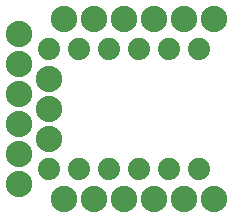
<source format=gbs>
G04 MADE WITH FRITZING*
G04 WWW.FRITZING.ORG*
G04 DOUBLE SIDED*
G04 HOLES PLATED*
G04 CONTOUR ON CENTER OF CONTOUR VECTOR*
%ASAXBY*%
%FSLAX23Y23*%
%MOIN*%
%OFA0B0*%
%SFA1.0B1.0*%
%ADD10C,0.088000*%
%ADD11C,0.074000*%
%LNMASK0*%
G90*
G70*
G54D10*
X203Y249D03*
X203Y349D03*
X203Y449D03*
G54D11*
X303Y549D03*
X403Y549D03*
X503Y549D03*
X603Y549D03*
X703Y549D03*
X703Y149D03*
X603Y149D03*
X503Y149D03*
X403Y149D03*
X303Y149D03*
X203Y149D03*
X203Y549D03*
G54D10*
X753Y649D03*
X653Y649D03*
X553Y649D03*
X453Y649D03*
X353Y649D03*
X253Y649D03*
X753Y49D03*
X653Y49D03*
X553Y49D03*
X453Y49D03*
X353Y49D03*
X253Y49D03*
X103Y599D03*
X103Y499D03*
X103Y399D03*
X103Y299D03*
X103Y199D03*
X103Y99D03*
G04 End of Mask0*
M02*
</source>
